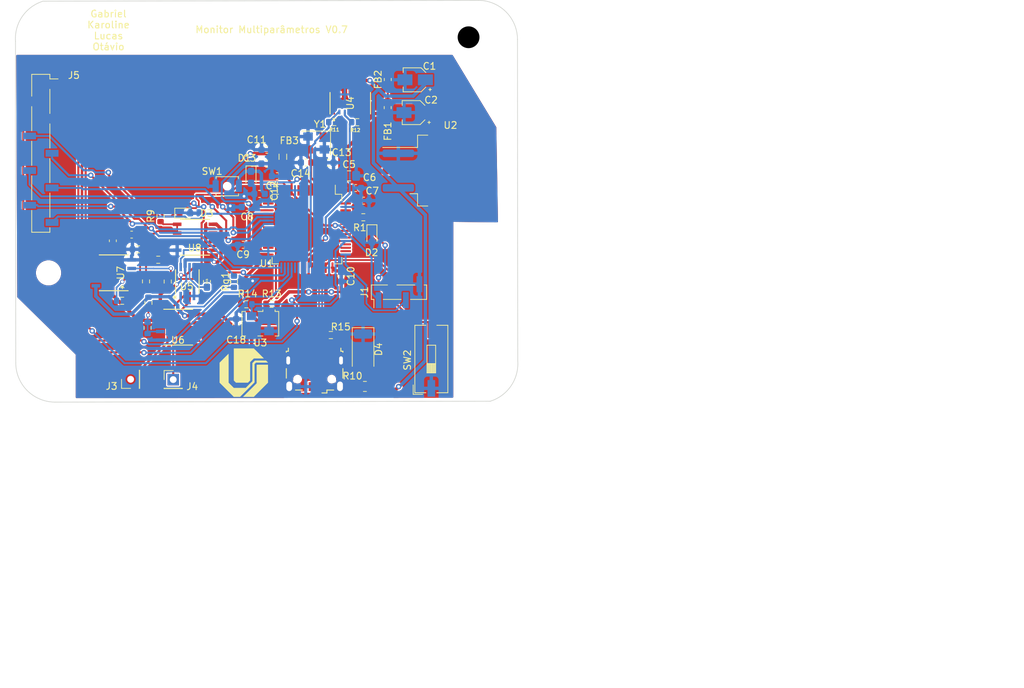
<source format=kicad_pcb>
(kicad_pcb (version 20221018) (generator pcbnew)
  (layers (0 "F.Cu" signal) (31 "B.Cu" signal) (34 "B.Paste" user) (35 "F.Paste" user) (36 "B.SilkS" user "B.Silkscreen") (37 "F.SilkS" user "F.Silkscreen") (38 "B.Mask" user) (39 "F.Mask" user) (44 "Edge.Cuts" user))
  (net 0 "")
  (net 1 "VBUS")
  (net 2 "GND")
  (net 3 "Net-(U2-VO)")
  (net 4 "+3.3VA")
  (net 5 "+3.3V")
  (net 6 "NRST")
  (net 7 "HSE_IN")
  (net 8 "HSE_OUT")
  (net 9 "/sw_boot")
  (net 10 "SWDIO")
  (net 11 "SWCLK")
  (net 12 "USB_D-")
  (net 13 "USB_D+")
  (net 15 "BOOT")
  (net 23 "Net-(D4-A)")
  (net 25 "displ_led")
  (net 26 "displ_rst")
  (net 27 "displ_dc")
  (net 28 "touch_cs")
  (net 34 "Temp_SCL")
  (net 36 "displ_cs")
  (net 37 "displ_mosi")
  (net 38 "touch_mosi")
  (net 39 "displ_sck")
  (net 41 "touch_int")
  (net 53 "oxi_scl")
  (net 57 "oxi_sda")
  (net 67 "ADC1-1")
  (net 68 "Net-(Rg1-Pad2)")
  (net 70 "Temp_SDA")
  (net 73 "Net-(J3-Pin_1)")
  (net 74 "Net-(J4-Pin_1)")
  (net 75 "Net-(Rg1-Pad1)")
  (net 76 "Net-(C15-Pad1)")
  (net 77 "Net-(U7A-+)")
  (net 78 "Vref")
  (net 79 "Net-(C16-Pad1)")
  (net 80 "Net-(U8A--)")
  (net 81 "Net-(U6A-+)")
  (net 82 "Net-(U7A--)")
  (net 83 "Net-(R5-Pad1)")
  (net 84 "Net-(U8A-+)")
  (footprint "Button_Switch_SMD:SW_DIP_SPSTx01_Slide_9.78x4.72mm_W8.61mm_P2.54mm" (layer "F.Cu") (at 152.27 130.81 90)
    (fp_text reference "SW2")
    (fp_text value "SW_SPDT")
  )
  (footprint "Resistor_SMD:R_0603_1608Metric" (layer "F.Cu") (at 110.76 122.56288 -90)
    (fp_text reference "R2" hide)
    (fp_text value "10k")
  )
  (footprint "Inductor_SMD:L_0603_1608Metric_Pad1.05x0.95mm_HandSolder" (layer "F.Cu") (at 145.88 89.7725 90)
    (fp_text reference "FB2")
    (fp_text value "FerriteBead")
  )
  (footprint "Resistor_SMD:R_0805_2012Metric_Pad1.20x1.40mm_HandSolder" (layer "F.Cu") (at 142.525 134.835 180)
    (fp_text reference "R10")
    (fp_text value "100")
  )
  (footprint "Resistor_SMD:R_0603_1608Metric" (layer "F.Cu") (at 125.12 122.77 180)
    (fp_text reference "R14")
    (fp_text value "3.5k")
  )
  (footprint "MountingHole:MountingHole_3.2mm_M3" (layer "F.Cu") (at 96.52 83.82 -90)
    (fp_text reference "H2" hide)
    (fp_text value "~")
  )
  (footprint "Resistor_SMD:R_0603_1608Metric" (layer "F.Cu") (at 110.41 119.41288 90)
    (fp_text reference "R7" hide)
    (fp_text value "1k")
  )
  (footprint "Crystal:Crystal_SMD_SeikoEpson_FA238V-4Pin_3.2x2.5mm" (layer "F.Cu") (at 135.38 99.095 180)
    (fp_text reference "Y1")
    (fp_text value "Crystal_25MHz")
  )
  (footprint "Resistor_SMD:R_0603_1608Metric" (layer "F.Cu") (at 142.29 109.995 180)
    (fp_text reference "R1")
    (fp_text value "10k")
  )
  (footprint "Capacitor_SMD:C_0603_1608Metric" (layer "F.Cu") (at 142.35 107.555)
    (fp_text reference "C7")
    (fp_text value "100nF")
  )
  (footprint "Resistor_SMD:R_0603_1608Metric_Pad0.98x0.95mm_HandSolder" (layer "F.Cu") (at 137.53 127.29 180)
    (fp_text reference "R15")
    (fp_text value "1.5K")
  )
  (footprint "Capacitor_SMD:C_0603_1608Metric" (layer "F.Cu") (at 128.11 102.125 180)
    (fp_text reference "C3")
    (fp_text value "10nF")
  )
  (footprint "Resistor_SMD:R_0603_1608Metric" (layer "F.Cu") (at 141.41 96.0354)
    (fp_text reference "R12")
    (fp_text value "4.7k" hide)
  )
  (footprint "Capacitor_SMD:C_0805_2012Metric_Pad1.18x1.45mm_HandSolder" (layer "F.Cu") (at 140.2 103.915)
    (fp_text reference "C5")
    (fp_text value "4.7uF")
  )
  (footprint "Capacitor_SMD:C_0603_1608Metric_Pad1.08x0.95mm_HandSolder" (layer "F.Cu") (at 119.348 119.39488 90)
    (fp_text reference "C15")
    (fp_text value "1uF")
  )
  (footprint "Package_QFP:LQFP-64_10x10mm_P0.5mm" (layer "F.Cu") (at 134.02 111.725 -90)
    (fp_text reference "U1")
    (fp_text value "STM32F446RET6TR")
  )
  (footprint "Capacitor_SMD:C_0603_1608Metric" (layer "F.Cu") (at 133.91 101.965 180)
    (fp_text reference "C14")
    (fp_text value "26pF")
  )
  (footprint "Connector_USB:USB_Micro-B_Wuerth_629105150521" (layer "F.Cu") (at 135.145 132.965 180)
    (fp_text reference "J2" hide)
    (fp_text value "USB_B_Micro")
  )
  (footprint "Resistor_SMD:R_0603_1608Metric" (layer "F.Cu") (at 109.24 114.70288 180)
    (fp_text reference "R6" hide)
    (fp_text value "1K")
  )
  (footprint "Diode_SMD:D_0603_1608Metric" (layer "F.Cu") (at 116.11 109.4)
    (fp_text reference "D3")
    (fp_text value "3.3V")
  )
  (footprint "Capacitor_SMD:CP_Elec_3x5.3" (layer "F.Cu") (at 149.9 89.81 180)
    (fp_text reference "C1")
    (fp_text value "22uF")
  )
  (footprint "AD623:RM_8_ADI-L" (layer "F.Cu") (at 116.47 119.43288 90)
    (fp_text reference "U5")
    (fp_text value "AD623")
  )
  (footprint "MountingHole:MountingHole_3.2mm_M3" (layer "F.Cu") (at 157.734 117.348)
    (fp_text reference "H3" hide)
    (fp_text value "MountingHole_Pad")
  )
  (footprint "Capacitor_SMD:C_0603_1608Metric" (layer "F.Cu") (at 125.235 108.485 180)
    (fp_text reference "C8")
    (fp_text value "100nF")
  )
  (footprint "Resistor_SMD:R_0603_1608Metric" (layer "F.Cu") (at 138.04 96.0154)
    (fp_text reference "R11")
    (fp_text value "4.7k")
  )
  (footprint "UFU_bitmapfile:UFU_Bitmap" (layer "F.Cu") (at 124.742497 132.790468)
    (fp_text reference "G***" hide)
    (fp_text value "LOGO" hide)
  )
  (footprint "Connector_PinHeader_2.54mm:PinHeader_1x01_P2.54mm_Vertical" (layer "F.Cu") (at 114.4 133.83)
    (fp_text reference "J4")
    (fp_text value "Eletrode 2")
  )
  (footprint "Button_Switch_SMD:SW_SPST_B3U-1000P-B" (layer "F.Cu") (at 122.33 105.435)
    (fp_text reference "SW1")
    (fp_text value "SW_Push")
  )
  (footprint "MountingHole:MountingHole_3.2mm_M3" (layer "F.Cu") (at 158.496 133.35)
    (fp_text reference "H6" hide)
    (fp_text value "MountingHole_Pad")
  )
  (footprint "LM358:D8-L" (layer "F.Cu") (at 117.6 112.93288)
    (fp_text reference "U8")
    (fp_text value "LM358")
  )
  (footprint "Capacitor_SMD:CP_Elec_3x5.3" (layer "F.Cu") (at 149.76 94.63 180)
    (fp_text reference "C2")
    (fp_text value "22uF")
  )
  (footprint "Capacitor_SMD:C_0603_1608Metric" (layer "F.Cu") (at 105.54 113.45288 -90)
    (fp_text reference "C16" hide)
    (fp_text value "330nF")
  )
  (footprint "Capacitor_SMD:C_0603_1608Metric" (layer "F.Cu") (at 129.655 103.96 180)
    (fp_text reference "C4")
    (fp_text value "1uF")
  )
  (footprint "Capacitor_SMD:C_0603_1608Metric" (layer "F.Cu") (at 137.15 101.985)
    (fp_text reference "C13")
    (fp_text value "26pF")
  )
  (footprint "Capacitor_SMD:C_0603_1608Metric" (layer "F.Cu") (at 108.3 112.54288 180)
    (fp_text reference "C17" hide)
    (fp_text value "390nF")
  )
  (footprint "Package_TO_SOT_SMD:TO-263-3_TabPin2" (layer "F.Cu") (at 155.079 103.143)
    (fp_text reference "U2")
    (fp_text value "LM1117S-3.3")
  )
  (footprint "Capacitor_SMD:C_0603_1608Metric" (layer "F.Cu") (at 124.645 114.035 180)
    (fp_text reference "C9")
    (fp_text value "100nF")
  )
  (footprint "Capacitor_SMD:C_0603_1608Metric" (layer "F.Cu") (at 123.64 125.71 -90)
    (fp_text reference "C18")
    (fp_text value "0.1uF")
  )
  (footprint "Inductor_SMD:L_0805_2012Metric" (layer "F.Cu") (at 130.49 101.115 -90)
    (fp_text reference "FB3")
    (fp_text value "New_Library:FerriteBead")
  )
  (footprint "Connector_PinHeader_2.54mm:PinHeader_1x01_P2.54mm_Vertical" (layer "F.Cu") (at 108.15 133.79 90)
    (fp_text reference "J3")
    (fp_text value "Eletrode 1")
  )
  (footprint "Inductor_SMD:L_0603_1608Metric_Pad1.05x0.95mm_HandSolder" (layer "F.Cu") (at 145.87 93.8975 -90)
    (fp_text reference "FB1")
    (fp_text value "New_Library:FerriteBead")
  )
  (footprint "MountingHole:MountingHole_3.2mm_M3" (layer "F.Cu") (at 95.92 132.38)
    (fp_text reference "H4" hide)
    (fp_text value "MountingHole_Pad")
  )
  (footprint "Resistor_SMD:R_0603_1608Metric" (layer "F.Cu") (at 106.91 122.25288 180)
    (fp_text reference "R5" hide)
    (fp_text value "100k")
  )
  (footprint "Capacitor_SMD:C_0603_1608Metric" (layer "F.Cu") (at 141.18 105.705)
    (fp_text reference "C6")
    (fp_text value "100nF")
  )
  (footprint "Resistor_SMD:R_0603_1608Metric" (layer "F.Cu") (at 112.2 116.23288)
    (fp_text reference "R8" hide)
    (fp_text value "1k")
  )
  (footprint "Diode_SMD:D_0603_1608Metric_Pad1.05x0.95mm_HandSolder" (layer "F.Cu") (at 143.55 112.755 -90)
    (fp_text reference "D2")
    (fp_text value "SM6T6V8A")
  )
  (footprint "Capacitor_SMD:C_0603_1608Metric" (layer "F.Cu") (at 128.13 100.085 180)
    (fp_text reference "C11")
    (fp_text value "1uF")
  )
  (footprint "Resistor_SMD:R_0603_1608Metric" (layer "F.Cu") (at 112.54 109.81288 90)
    (fp_text reference "R9")
    (fp_text value "1k")
  )
  (footprint "Resistor_SMD:R_0603_1608Metric" (layer "F.Cu") (at 128.83 122.7)
    (fp_text reference "R13")
    (fp_text value "3.5k")
  )
  (footprint "MountingHole:MountingHole_3.2mm_M3" (layer "F.Cu") (at 96.11 118.16 -90)
    (fp_text reference "H7" hide)
    (fp_text value "MountingHole_Pad")
  )
  (footprint "Connector_PinHeader_2.00mm:PinHeader_1x04_P2.00mm_Vertical_SMD_Pin1Left" (layer "F.Cu") (at 147.526 120.999 90)
    (fp_text reference "J1")
    (fp_text value "Conn_01x04")
  )
  (footprint "Diode_SMD:D_0603_1608Metric_Pad1.05x0.95mm_HandSolder" (layer "F.Cu") (at 125.81 104.1225 -90)
    (fp_text reference "D1")
    (fp_text value "SM6T6V8A")
  )
  (footprint "Resistor_SMD:R_0603_1608Metric" (layer "F.Cu") (at 110.64 126.24288 -90)
    (fp_text reference "R3" hide)
    (fp_text value "10k")
  )
  (footprint "MountingHole:MountingHole_3.2mm_M3" (layer "F.Cu") (at 157.734 83.566)
    (fp_text reference "H1" hide)
    (fp_text value "MountingHole_Pad")
  )
  (footprint "Resistor_SMD:R_0603_1608Metric" (layer "F.Cu") (at 113.598 119.43488 -90)
    (fp_text reference "R4" hide)
    (fp_text value "10k")
  )
  (footprint "Oscillator:Oscillator_SMD_TXC_7C-4Pin_5.0x3.2mm" (layer "F.Cu") (at 127.18 125.6275 180)
    (fp_text reference "U3")
    (fp_text value "MLX90614ESF-ACC-000-TU")
  )
  (footprint "Capacitor_SMD:C_0603_1608Metric" (layer "F.Cu") (at 139.04 118.645 -90)
    (fp_text reference "C10")
    (fp_text value "100nF")
  )
  (footprint "Connector_PinSocket_2.54mm:PinSocket_1x09_P2.54mm_Vertical_SMD_Pin1Right" (layer "F.Cu") (at 94.97 100.6)
    (fp_text reference "J5")
    (fp_text value "Conn_01x09")
  )
  (footprint "LM358:D8-L" (layer "F.Cu") (at 105.67 118.15288 180)
    (fp_text reference "U7")
    (fp_text value "LM358")
  )
  (footprint "LM358:D8-L" (layer "F.Cu") (at 115.13 126.13288)
    (fp_text reference "U6")
    (fp_text value "LM358")
  )
  (footprint "oximeter:21-0880B_MXM-L" (layer "F.Cu") (at 140.38 93.25 90)
    (fp_text reference "U4")
    (fp_text value "MAX30100EFD+")
  )
  (footprint "LED_SMD:LED_2010_5025Metric" (layer "F.Cu") (at 142.255 129.385 -90)
    (fp_text reference "D4")
    (fp_text value "LED")
  )
  (footprint "Resistor_SMD:R_0603_1608Metric" (layer "F.Cu") (at 123.31 119.45288 90)
    (fp_text reference "Rg1")
    (fp_text value "6k5")
  )
  (footprint "Capacitor_SMD:C_0603_1608Metric" (layer "F.Cu") (at 127.06 106.57 180)
    (fp_text reference "C12")
    (fp_text value "100nF")
  )
  (gr_line (start 160.918376 137.005641) (end 97.061624 137.134359) (stroke (width 0.1)) (layer "Edge.Cuts"))
  (gr_line (start 164.911335 83.9086) (end 164.951623 131.1214) (stroke (width 0.1)) (layer "Edge.Cuts"))
  (gr_arc (start 91.258377 84.1586) (mid 92.252892 80.51589) (end 95.291624 78.274359) (stroke (width 0.1)) (layer "Edge.Cuts"))
  (gr_arc (start 97.061624 137.134359) (mid 92.986597 135.446427) (end 91.298665 131.3714) (stroke (width 0.1)) (layer "Edge.Cuts"))
  (gr_line (start 91.298665 131.3714) (end 91.258377 84.1586) (stroke (width 0.1)) (layer "Edge.Cuts"))
  (gr_arc (start 164.951623 131.1214) (mid 163.957108 134.76411) (end 160.918376 137.005641) (stroke (width 0.1)) (layer "Edge.Cuts"))
  (gr_arc (start 159.148376 78.145641) (mid 163.223403 79.833573) (end 164.911335 83.9086) (stroke (width 0.1)) (layer "Edge.Cuts"))
  (gr_line (start 95.291624 78.274359) (end 159.148376 78.145641) (stroke (width 0.1)) (layer "Edge.Cuts"))
  (gr_text "Gabriel\nKaroline\nLucas\nOtávio" (at 104.902 82.55) (layer "F.SilkS") (effects (font (size 1 1))))
  (gr_text "Monitor Multiparâmetros V0.7\n\n" (at 117.57 84.64) (layer "F.SilkS") (effects (font (size 1 1)) (justify left bottom)))
  (segment (start 140.345 136.015) (end 137.62 136.015) (width 0.5) (layer "F.Cu") (net 1))
  (segment (start 121.38288 124.22788) (end 117.75255 124.22788) (width 0.5) (layer "F.Cu") (net 1))
  (segment (start 123.8825 126.7275) (end 123.64 126.485) (width 0.5) (layer "F.Cu") (net 1))
  (segment (start 123.64 126.485) (end 121.38288 124.22788) (width 0.5) (layer "F.Cu") (net 1))
  (segment (start 136.47 135.965) (end 136.47 134.865) (width 0.5) (layer "F.Cu") (net 1))
  (segment (start 146.318812 136.015) (end 140.345 136.015) (width 0.5) (layer "F.Cu") (net 1))
  (segment (start 125.91 130.888148) (end 131.036852 136.015) (width 0.5) (layer "F.Cu") (net 1))
  (segment (start 136.42 136.015) (end 136.47 135.965) (width 0.5) (layer "F.Cu") (net 1))
  (segment (start 121.412 111.70468) (end 121.412 116.078) (width 0.5) (layer "F.Cu") (net 1))
  (segment (start 117.52043 124.46) (end 117.75255 124.22788) (width 0.5) (layer "F.Cu") (net 1))
  (segment (start 121.412 116.078) (end 120.904 116.586) (width 0.5) (layer "F.Cu") (net 1))
  (segment (start 125.91 126.7275) (end 125.91 130.888148) (width 0.5) (layer "F.Cu") (net 1))
  (segment (start 120.22255 111.02788) (end 120.7352 111.02788) (width 0.5) (layer "F.Cu") (net 1))
  (segment (start 140.38 91.9546) (end 140.38 91.346601) (width 0.5) (layer "F.Cu") (net 1))
  (segment (start 120.904 116.586) (end 120.396 116.586) (width 0.5) (layer "F.Cu") (net 1))
  (segment (start 137.62 136.015) (end 136.47 134.865) (width 0.5) (layer "F.Cu") (net 1))
  (segment (start 120.7352 111.02788) (end 121.412 111.70468) (width 0.5) (layer "F.Cu") (net 1))
  (segment (start 117.75255 124.22788) (end 117.440307 124.22788) (width 0.25) (layer "F.Cu") (net 1))
  (segment (start 141.525 134.835) (end 140.345 136.015) (width 0.5) (layer "F.Cu") (net 1))
  (segment (start 141.810601 89.916) (end 143.256 89.916) (width 0.5) (layer "F.Cu") (net 1))
  (segment (start 147.469666 134.864146) (end 146.318812 136.015) (width 0.5) (layer "F.Cu") (net 1))
  (segment (start 116.078 124.46) (end 117.52043 124.46) (width 0.5) (layer "F.Cu") (net 1))
  (segment (start 131.036852 136.015) (end 136.42 136.015) (width 0.5) (layer "F.Cu") (net 1))
  (segment (start 125.91 126.7275) (end 123.8825 126.7275) (width 0.5) (layer "F.Cu") (net 1))
  (segment (start 140.38 91.346601) (end 141.810601 89.916) (width 0.5) (layer "F.Cu") (net 1))
  (via blind (at 147.469666 134.864146) (size 0.8) (drill 0.4) (layers "F.Cu" "B.Cu") (net 1))
  (via blind (at 143.256 89.916) (size 0.8) (drill 0.4) (layers "F.Cu" "B.Cu") (net 1))
  (via blind (at 116.078 124.46) (size 0.8) (drill 0.4) (layers "F.Cu" "B.Cu") (net 1))
  (via blind (at 120.386722 116.557637) (size 0.6) (drill 0.4) (layers "F.Cu" "B.Cu") (net 1))
  (segment (start 120.386722 116.557637) (end 120.081465 116.25238) (width 0.5) (layer "B.Cu") (net 1))
  (segment (start 116.320001 118.396582) (end 116.320001 119.391999) (width 0.3) (layer "B.Cu") (net 1))
  (segment (start 147.429 105.683) (end 151.401 109.655) (width 0.5) (layer "B.Cu") (net 1))
  (segment (start 151.4 90.408) (end 151.4 89.81) (width 0.5) (layer "B.Cu") (net 1))
  (segment (start 116.144999 117.31198) (end 116.144999 118.22158) (width 0.3) (layer "B.Cu") (net 1))
  (segment (start 115.062 122.936) (end 115.062 123.444) (width 0.5) (layer "B.Cu") (net 1))
  (segment (start 151.401 131.047) (end 147.574 134.874) (width 0.5) (layer "B.Cu") (net 1))
  (segment (start 120.081465 116.25238) (end 116.154501 116.25238) (width 0.5) (layer "B.Cu") (net 1))
  (segment (start 116.320001 119.391999) (end 114.046 121.666) (width 0.3) (layer "B.Cu") (net 1))
  (segment (start 115.062 123.444) (end 116.078 124.46) (width 0.5) (layer "B.Cu") (net 1))
  (segment (start 144.526 91.186) (end 143.764 91.948) (width 0.5) (layer "B.Cu") (net 1))
  (segment (start 113.792 121.666) (end 115.062 122.936) (width 0.5) (layer "B.Cu") (net 1))
  (segment (start 149.606 92.202) (end 151.4 90.408) (width 0.5) (layer "B.Cu") (net 1))
  (segment (start 143.764 91.948) (end 143.764 102.018) (width 0.5) (layer "B.Cu") (net 1))
  (segment (start 116.144999 118.22158) (end 116.320001 118.396582) (width 0.3) (layer "B.Cu") (net 1))
  (segment (start 143.764 102.018) (end 147.429 105.683) (width 0.5) (layer "B.Cu") (net 1))
  (segment (start 114.046 121.666) (end 113.792 121.666) (width 0.5) (layer "B.Cu") (net 1))
  (segment (start 151.401 109.655) (end 151.401 131.047) (width 0.5) (layer "B.Cu") (net 1))
  (segment (start 108.29188 124.206) (end 110.76 121.73788) (width 0.5) (layer "B.Cu") (net 1))
  (segment (start 145.542 92.202) (end 149.606 92.202) (width 0.5) (layer "B.Cu") (net 1))
  (segment (start 116.144999 116.261882) (end 116.144999 117.31198) (width 0.5) (layer "B.Cu") (net 1))
  (segment (start 103.04745 120.05788) (end 103.04745 121.58945) (width 0.5) (layer "B.Cu") (net 1))
  (segment (start 116.144999 117.31198) (end 116.144999 118.014338) (width 0.3) (layer "B.Cu") (net 1))
  (segment (start 110.83188 121.666) (end 110.76 121.73788) (width 0.3) (layer "B.Cu") (net 1))
  (segment (start 143.256 89.916) (end 144.526 91.186) (width 0.5) (layer "B.Cu") (net 1))
  (segment (start 113.792 121.666) (end 110.83188 121.666) (width 0.5) (layer "B.Cu") (net 1))
  (segment (start 103.04745 121.58945) (end 105.664 124.206) (width 0.5) (layer "B.Cu") (net 1))
  (segment (start 116.154501 116.25238) (end 116.144999 116.261882) (width 0.5) (layer "B.Cu") (net 1))
  (segment (start 144.526 91.186) (end 145.542 92.202) (width 0.5) (layer "B.Cu") (net 1))
  (segment (start 105.664 124.206) (end 108.29188 124.206) (width 0.5) (layer "B.Cu") (net 1))
  (via blind (at 128.41 116.74) (size 0.8) (drill 0.4) (layers "F.Cu" "B.Cu") (net 2))
  (via blind (at 124.79 106.9105) (size 0.8) (drill 0.4) (layers "F.Cu" "B.Cu") (net 2))
  (via blind (at 122.77 108.33) (size 0.8) (drill 0.4) (layers "F.Cu" "B.Cu") (net 2))
  (via blind (at 126.05 119.34) (size 0.8) (drill 0.4) (layers "F.Cu" "B.Cu") (net 2))
  (segment (start 112.50745 128.03788) (end 112.595 128.03788) (width 0.25) (layer "B.Cu") (net 2))
  (segment (start 124.305 108.33) (end 124.46 108.485) (width 0.3) (layer "B.Cu") (net 2))
  (segment (start 108.29255 116.24788) (end 108.265 116.24788) (width 0.25) (layer "B.Cu") (net 2))
  (segment (start 126.285 106.57) (end 126.285 105.4725) (width 0.5) (layer "B.Cu") (net 2))
  (segment (start 108.265 116.24788) (end 108.26 116.25288) (width 0.25) (layer "B.Cu") (net 2))
  (segment (start 108.415 114.70288) (end 108.415 114.33788) (width 0.25) (layer "B.Cu") (net 2))
  (segment (start 108.26 114.85788) (end 108.415 114.70288) (width 0.25) (layer "B.Cu") (net 2))
  (segment (start 126.285 105.4725) (end 125.81 104.9975) (width 0.5) (layer "B.Cu") (net 2))
  (segment (start 145.88 90.6475) (end 145.88 93.0125) (width 0.3) (layer "F.Cu") (net 3))
  (segment (start 150.7425 93.0225) (end 151.26 93.54) (width 0.3) (layer "F.Cu") (net 3))
  (segment (start 145.88 90.6475) (end 146.1925 90.96) (width 0.3) (layer "F.Cu") (net 3))
  (segment (start 145.87 93.0225) (end 150.7425 93.0225) (width 0.3) (layer "F.Cu") (net 3))
  (segment (start 149.375 102.885) (end 153.325 102.885) (width 0.3) (layer "F.Cu") (net 3))
  (segment (start 156.1 100.11) (end 156.1 99.47) (width 0.3) (layer "F.Cu") (net 3))
  (segment (start 153.325 102.885) (end 156.1 100.11) (width 0.3) (layer "F.Cu") (net 3))
  (segment (start 145.88 93.0125) (end 145.87 93.0225) (width 0.3) (layer "F.Cu") (net 3))
  (segment (start 156.1 99.47) (end 151.26 94.63) (width 0.3) (layer "F.Cu") (net 3))
  (segment (start 151.26 93.54) (end 151.26 94.63) (width 0.3) (layer "F.Cu") (net 3))
  (segment (start 131.77 104.94) (end 130.875 104.045) (width 0.3) (layer "F.Cu") (net 4))
  (segment (start 128.885 102.125) (end 130.4375 102.125) (width 0.5) (layer "F.Cu") (net 4))
  (segment (start 124.86 101.022082) (end 125.962918 102.125) (width 0.5) (layer "F.Cu") (net 4))
  (segment (start 130.875 104.045) (end 130.305 104.045) (width 0.3) (layer "F.Cu") (net 4))
  (segment (start 130.4375 102.125) (end 130.49 102.1775) (width 0.5) (layer "F.Cu") (net 4))
  (segment (start 130.305 104.045) (end 130.43 103.92) (width 0.5) (layer "F.Cu") (net 4))
  (segment (start 138.16 111.2) (end 136.543959 111.2) (width 0.3) (layer "F.Cu") (net 4))
  (segment (start 135.20255 88.8975) (end 124.86 99.24005) (width 0.5) (layer "F.Cu") (net 4))
  (segment (start 124.86 99.24005) (end 124.86 101.022082) (width 0.5) (layer "F.Cu") (net 4))
  (segment (start 130.43 103.92) (end 130.43 102.4875) (width 0.5) (layer "F.Cu") (net 4))
  (segment (start 131.77 106.426041) (end 131.77 106.05) (width 0.3) (layer "F.Cu") (net 4))
  (segment (start 145.88 88.8975) (end 135.20255 88.8975) (width 0.5) (layer "F.Cu") (net 4))
  (segment (start 130.305 102.3625) (end 130.49 102.1775) (width 0.3) (layer "F.Cu") (net 4))
  (segment (start 130.43 102.4875) (end 130.305 102.3625) (width 0.5) (layer "F.Cu") (net 4))
  (segment (start 131.77 106.05) (end 131.77 104.94) (width 0.3) (layer "F.Cu") (net 4))
  (segment (start 136.543959 111.2) (end 131.77 106.426041) (width 0.3) (layer "F.Cu") (net 4))
  (segment (start 125.962918 102.125) (end 128.885 102.125) (width 0.5) (layer "F.Cu") (net 4))
  (via blind (at 138.16 111.2) (size 0.8) (drill 0.4) (layers "F.Cu" "B.Cu") (net 4))
  (segment (start 143.51 115.913959) (end 143.51 121.158) (width 0.3) (layer "B.Cu") (net 4))
  (segment (start 138.796041 111.2) (end 143.51 115.913959) (width 0.3) (layer "B.Cu") (net 4))
  (segment (start 138.16 111.2) (end 138.796041 111.2) (width 0.3) (layer "B.Cu") (net 4))
  (segment (start 143.51 121.158) (end 144.526 122.174) (width 0.3) (layer "B.Cu") (net 4))
  (segment (start 126.345 108.82) (end 126.01 108.485) (width 0.3) (layer "F.Cu") (net 5))
  (segment (start 131.84 93.25) (end 130.49 94.6) (width 0.5) (layer "F.Cu") (net 5))
  (segment (start 141.575 106.56) (end 141.575 107.555) (width 0.5) (layer "F.Cu") (net 5))
  (segment (start 124.295 122.77) (end 127.1025 125.5775) (width 0.5) (layer "F.Cu") (net 5))
  (segment (start 125.53 114.14) (end 126.345 114.955) (width 0.5) (layer "F.Cu") (net 5))
  (segment (start 124.295 119.525) (end 128.345 115.475) (width 0.5) (layer "F.Cu") (net 5))
  (segment (start 141.575 107.555) (end 140.115 107.555) (width 0.5) (layer "F.Cu") (net 5))
  (segment (start 124.295 122.77) (end 124.295 119.525) (width 0.5) (layer "F.Cu") (net 5))
  (segment (start 143.47 94.74) (end 143.47 93.25) (width 0.5) (layer "F.Cu") (net 5))
  (segment (start 138.865 103.6175) (end 139.1625 103.915) (width 0.5) (layer "F.Cu") (net 5))
  (segment (start 126.865 115.475) (end 128.345 115.475) (width 0.5) (layer "F.Cu") (net 5))
  (segment (start 143.5025 94.7725) (end 143.47 94.74) (width 0.5) (layer "F.Cu") (net 5))
  (segment (start 140.405 105.705) (end 140.06 106.05) (width 0.5) (layer "F.Cu") (net 5))
  (segment (start 131.385 120.97) (end 131.405 120.95) (width 0.5) (layer "F.Cu") (net 5))
  (segment (start 125.977766 108.485) (end 126.01 108.485) (width 0.3) (layer "F.Cu") (net 5))
  (segment (start 143.47 95.2634) (end 143.47 94.74) (width 0.5) (layer "F.Cu") (net 5))
  (segment (start 138.4425 127.29) (end 139.12 126.6125) (width 0.3) (layer "F.Cu") (net 5))
  (segment (start 143.47 93.25) (end 131.84 93.25) (width 0.5) (layer "F.Cu") (net 5))
  (segment (start 130.4575 100.085) (end 130.49 100.0525) (width 0.5) (layer "F.Cu") (net 5))
  (segment (start 140.06 106.05) (end 137.87 106.05) (width 0.5) (layer "F.Cu") (net 5))
  (segment (start 138.865 96.0154) (end 138.865 100.85) (width 0.5) (layer "F.Cu") (net 5))
  (segment (start 126.345 114.955) (end 126.865 115.475) (width 0.5) (layer "F.Cu") (net 5))
  (segment (start 129.6 125.5775) (end 129.655 125.5225) (width 0.5) (layer "F.Cu") (net 5))
  (segment (start 142.235 97.48) (end 138.865 100.85) (width 0.5) (layer "F.Cu") (net 5))
  (segment (start 139.1625 103.915) (end 139.1625 104.4625) (width 0.5) (layer "F.Cu") (net 5))
  (segment (start 127.1025 125.5775) (end 129.6 125.5775) (width 0.5) (layer "F.Cu") (net 5))
  (segment (start 129.655 122.7) (end 131.385 120.97) (width 0.5) (layer "F.Cu") (net 5))
  (segment (start 128.905 100.085) (end 130.4575 100.085) (width 0.5) (layer "F.Cu") (net 5))
  (segment (start 140.405 105.705) (end 140.72 105.705) (width 0.5) (layer "F.Cu") (net 5))
  (segment (start 140.115 107.555) (end 139.695 107.975) (width 0.5) (layer "F.Cu") (net 5))
  (segment (start 139.04 117.87) (end 138.24 117.87) (width 0.5) (layer "F.Cu") (net 5))
  (segment (start 126.5 108.975) (end 126.01 108.485) (width 0.3) (layer "F.Cu") (net 5))
  (segment (start 131.405 120.95) (end 134.29 120.95) (width 0.5) (layer "F.Cu") (net 5))
  (segment (start 139.04 117.87) (end 139.04 120.97) (width 0.5) (layer "F.Cu") (net 5))
  (segment (start 138.865 100.85) (end 138.865 103.6175) (width 0.5) (layer "F.Cu") (net 5))
  (segment (start 126.345 108.82) (end 125.53 109.635) (width 0.5) (layer "F.Cu") (net 5))
  (segment (start 137.63 120.97) (end 137.61 120.95) (width 0.3) (layer "F.Cu") (net 5))
  (segment (start 129.655 125.5225) (end 129.655 122.7) (width 0.5) (layer "F.Cu") (net 5))
  (segment (start 139.1625 104.4625) (end 140.405 105.705) (width 0.5) (layer "F.Cu") (net 5))
  (segment (start 139.12 126.6125) (end 139.12 121.05) (width 0.3) (layer "F.Cu") (net 5))
  (segment (start 128.345 108.975) (end 126.5 108.975) (width 0.3) (layer "F.Cu") (net 5))
  (segment (start 139.12 121.05) (end 139.04 120.97) (width 0.3) (layer "F.Cu") (net 5))
  (segment (start 128.34 100.65) (end 125.67 100.65) (width 0.5) (layer "F.Cu") (net 5))
  (segment (start 140.72 105.705) (end 141.575 106.56) (width 0.5) (layer "F.Cu") (net 5))
  (segment (start 130.49 94.6) (end 130.49 100.0525) (width 0.5) (layer "F.Cu") (net 5))
  (segment (start 145.87 94.7725) (end 143.5025 94.7725) (width 0.5) (layer "F.Cu") (net 5))
  (segment (start 142.698 96.0354) (end 143.47 95.2634) (width 0.5) (layer "F.Cu") (net 5))
  (segment (start 128.905 100.085) (end 128.34 100.65) (width 0.5) (layer "F.Cu") (net 5))
  (segment (start 125.53 109.635) (end 125.53 114.14) (width 0.5) (layer "F.Cu") (net 5))
  (segment (start 125.467266 107.9745) (end 125.977766 108.485) (width 0.3) (layer "F.Cu") (net 5))
  (segment (start 142.235 96.0354) (end 142.235 97.48) (width 0.5) (layer "F.Cu") (net 5))
  (segment (start 139.04 120.97) (end 137.63 120.97) (width 0.3) (layer "F.Cu") (net 5))
  (segment (start 138.24 117.87) (end 137.77 117.4) (width 0.5) (layer "F.Cu") (net 5))
  (segment (start 142.235 96.0354) (end 142.698 96.0354) (width 0.5) (layer "F.Cu") (net 5))
  (via blind (at 125.71 100.67) (size 0.8) (drill 0.4) (layers "F.Cu" "B.Cu") (net 5))
  (via blind (at 125.467266 107.9745) (size 0.8) (drill 0.4) (layers "F.Cu" "B.Cu") (net 5))
  (via blind (at 134.27 120.96) (size 0.8) (drill 0.4) (layers "F.Cu" "B.Cu") (net 5))
  (via blind (at 137.61 120.95) (size 0.8) (drill 0.4) (layers "F.Cu" "B.Cu") (net 5))
  (segment (start 125.71 100.67) (end 121.53 104.85) (width 0.3) (layer "B.Cu") (net 5))
  (segment (start 125.3145 107.9745) (end 125.467266 107.9745) (width 0.3) (layer "B.Cu") (net 5))
  (segment (start 134.27 120.96) (end 137.6 120.96) (width 0.3) (layer "B.Cu") (net 5))
  (segment (start 121.96 107.66) (end 125 107.66) (width 0.3) (layer "B.Cu") (net 5))
  (segment (start 125 107.66) (end 125.3145 107.9745) (width 0.3) (layer "B.Cu") (net 5))
  (segment (start 121.53 104.85) (end 121.53 107.23) (width 0.3) (layer "B.Cu") (net 5))
  (segment (start 121.53 107.23) (end 121.96 107.66) (width 0.3) (layer "B.Cu") (net 5))
  (segment (start 134.77 106.05) (end 134.77 105.173959) (width 0.3) (layer "F.Cu") (net 6))
  (segment (start 133.976041 104.38) (end 132.53 104.38) (width 0.3) (layer "F.Cu") (net 6))
  (segment (start 134.77 105.173959) (end 133.976041 104.38) (width 0.3) (layer "F.Cu") (net 6))
  (via blind (at 132.57 104.41) (size 0.8) (drill 0.4) (layers "F.Cu" "B.Cu") (net 6))
  (segment (start 127.52 104.87) (end 127.36 105.03) (width 0.3) (layer "B.Cu") (net 6))
  (segment (start 127.835 106.57) (end 127.36 106.095) (width 0.5) (layer "B.Cu") (net 6))
  (segment (start 132.57 104.41) (end 132.11 104.87) (width 0.3) (layer "B.Cu") (net 6))
  (segment (start 124.9425 103.2475) (end 125.81 103.2475) (width 0.5) (layer "B.Cu") (net 6))
  (segment (start 124.03 105.435) (end 124.03 104.16) (width 0.5) (layer "B.Cu") (net 6))
  (segment (start 125.81 103.2475) (end 126.9875 103.2475) (width 0.5) (layer "B.Cu") (net 6))
  (segment (start 124.03 104.16) (end 124.9425 103.2475) (width 0.5) (layer "B.Cu") (net 6))
  (segment (start 132.11 104.87) (end 127.52 104.87) (width 0.3) (layer "B.Cu") (net 6))
  (segment (start 127.36 106.095) (end 127.36 105.03) (width 0.5) (layer "B.Cu") (net 6))
  (segment (start 127.34 105.01) (end 127.36 105.03) (width 0.5) (layer "B.Cu") (net 6))
  (segment (start 126.9875 103.2475) (end 127.34 103.6) (width 0.5) (layer "B.Cu") (net 6))
  (segment (start 127.34 103.6) (end 127.34 105.01) (width 0.5) (layer "B.Cu") (net 6))
  (segment (start 135.77 106.05) (end 135.77 104.825) (width 0.3) (layer "F.Cu") (net 7))
  (segment (start 136.375 104.22) (end 136.375 101.985) (width 0.3) (layer "F.Cu") (net 7))
  (segment (start 135.77 104.825) (end 136.375 104.22) (width 0.3) (layer "F.Cu") (net 7))
  (segment (start 136.58 101.78) (end 136.58 98.145) (width 0.3) (layer "F.Cu") (net 7))
  (segment (start 136.375 101.985) (end 136.58 101.78) (width 0.3) (layer "F.Cu") (net 7))
  (segment (start 134.685 101.59) (end 134.17 101.075) (width 0.3) (layer "F.Cu") (net 8))
  (segment (start 134.63 102.02) (end 134.685 101.965) (width 0.3) (layer "F.Cu") (net 8))
  (segment (start 134.685 101.965) (end 134.685 101.59) (width 0.3) (layer "F.Cu") (net 8))
  (segment (start 135.27 106.05) (end 135.27 104.835) (width 0.3) (layer "F.Cu") (net 8))
  (segment (start 134.17 101.075) (end 134.17 100.055) (width 0.3) (layer "F.Cu") (net 8))
  (segment (start 134.17 100.055) (end 134.18 100.045) (width 0.3) (layer "F.Cu") (net 8))
  (segment (start 134.63 104.195) (end 134.63 102.02) (width 0.3) (layer "F.Cu") (net 8))
  (segment (start 135.27 104.835) (end 134.63 104.195) (width 0.3) (layer "F.Cu") (net 8))
  (segment (start 143.55 111.88) (end 143.55 110.43) (width 0.3) (layer "F.Cu") (net 9))
  (segment (start 143.55 112.17) (end 143.55 111.88) (width 0.3) (layer "F.Cu") (net 9))
  (segment (start 144.526 118.872) (end 144.526 120.124) (width 0.3) (layer "F.Cu") (net 9))
  (segment (start 143.55 110.43) (end 143.115 109.995) (width 0.3) (layer "F.Cu") (net 9))
  (segment (start 152.27 126.505) (end 152.27 125.375) (width 0.25) (layer "F.Cu") (net 9))
  (segment (start 144.526 120.124) (end 149.777 125.375) (width 0.3) (layer "F.Cu") (net 9))
  (segment (start 145.49 114.11) (end 143.55 112.17) (width 0.3) (layer "F.Cu") (net 9))
  (segment (start 149.777 125.375) (end 152.27 125.375) (width 0.3) (layer "F.Cu") (net 9))
  (via blind (at 145.49 114.11) (size 0.8) (drill 0.4) (layers "F.Cu" "B.Cu") (net 9))
  (via blind (at 144.526 118.872) (size 0.8) (drill 0.4) (layers "F.Cu" "B.Cu") (net 9))
  (segment (start 145.49 117.908) (end 145.49 114.13) (width 0.3) (layer "B.Cu") (net 9))
  (segment (start 145.49 114.13) (end 145.48 114.12) (width 0.3) (layer "B.Cu") (net 9))
  (segment (start 144.526 118.872) (end 145.49 117.908) (width 0.3) (layer "B.Cu") (net 9))
  (segment (start 144.402 116.275) (end 137.518959 116.275) (width 0.25) (layer "F.Cu") (net 10))
  (segment (start 146.526 119.824) (end 146.526 118.399) (width 0.25) (layer "F.Cu") (net 10))
  (segment (start 137.518959 116.275) (end 136.77 117.023959) (width 0.3) (layer "F.Cu") (net 10))
  (segment (start 136.77 117.023959) (end 136.77 117.4) (width 0.3) (layer "F.Cu") (net 10))
  (segment (start 146.526 118.399) (end 144.402 116.275) (width 0.25) (layer "F.Cu") (net 10))
  (segment (start 139.695 115.475) (end 139.695 116.935) (width 0.3) (layer "B.Cu") (net 11))
  (segment (start 142.748 122.646) (end 142.748 119.988) (width 0.25) (layer "B.Cu") (net 11))
  (segment (start 139.695 116.935) (end 142.748 119.988) (width 0.3) (layer "B.Cu") (net 11))
  (segment (start 147.026 123.674) (end 143.776 123.674) (width 0.25) (layer "B.Cu") (net 11))
  (segment (start 148.526 122.174) (end 147.026 123.674) (width 0.25) (layer "B.Cu") (net 11))
  (segment (start 143.776 123.674) (end 142.748 122.646) (width 0.25) (layer "B.Cu") (net 11))
  (segment (start 142.748 119.988) (end 142.75 119.99) (width 0.3) (layer "B.Cu") (net 11))
  (segment (start 135.27 134.74) (end 135.145 134.865) (width 0.2) (layer "F.Cu") (net 12))
  (segment (start 135.77 118.562501) (end 135.795 118.587501) (width 0.2) (layer "F.Cu") (net 12))
  (segment (start 135.795 118.587501) (end 135.795 133.403631) (width 0.2) (layer "F.Cu") (net 12))
  (segment (start 135.27 133.928631) (end 135.27 134.74) (width 0.2) (layer "F.Cu") (net 12))
  (segment (start 135.77 117.4) (end 135.77 118.562501) (width 0.2) (layer "F.Cu") (net 12))
  (segment (start 135.795 133.403631) (end 135.27 133.928631) (width 0.2) (layer "F.Cu") (net 12))
  (segment (start 136.245 133.59) (end 135.92 133.915) (width 0.2) (layer "F.Cu") (net 13))
  (segment (start 135.795 134.851397) (end 135.795 134.865) (width 0.2) (layer "F.Cu") (net 13))
  (segment (start 136.27 118.562501) (end 136.245 118.587501) (width 0.2) (layer "F.Cu") (net 13))
  (segment (start 136.245 127.29) (end 136.245 133.59) (width 0.2) (layer "F.Cu") (net 13))
  (segment (start 135.92 134.726397) (end 135.795 134.851397) (width 0.2) (layer "F.Cu") (net 13))
  (segment (start 136.6175 127.29) (end 136.245 127.29) (width 0.3) (layer "F.Cu") (net 13))
  (segment (start 135.92 133.915) (end 135.92 134.726397) (width 0.2) (layer "F.Cu") (net 13))
  (segment (start 136.245 118.587501) (end 136.245 127.29) (width 0.2) (layer "F.Cu") (net 13))
  (segment (start 136.27 117.4) (end 136.27 118.562501) (width 0.2) (layer "F.Cu") (net 13))
  (segment (start 139.695 109.975) (end 141.445 109.975) (width 0.3) (layer "F.Cu") (net 15))
  (segment (start 141.445 109.975) (end 141.465 109.995) (width 0.3) (layer "F.Cu") (net 15))
  (segment (start 143.525 134.835) (end 143.525 133.445) (width 0.25) (layer "F.Cu") (net 23))
  (segment (start 143.505 132.885) (end 142.255 131.635) (width 0.25) (layer "F.Cu") (net 23))
  (segment (start 143.525 133.445) (end 143.505 133.425) (width 0.25) (layer "F.Cu") (net 23))
  (segment (start 143.505 133.425) (end 143.505 132.885) (width 0.25) (layer "F.Cu") (net 23))
  (segment (start 98.61 92.43) (end 98.62 92.43) (width 0.3) (layer "F.Cu") (net 25))
  (segment (start 101.55 95.36) (end 101.55 125.72) (width 0.3) (layer "F.Cu") (net 25))
  (segment (start 132.567205 125.247556) (end 132.567205 122.937205) (width 0.3) (layer "F.Cu") (net 25))
  (segment (start 101.55 125.72) (end 102.51 126.68) (width 0.3) (layer "F.Cu") (net 25))
  (segment (start 96.62 90.44) (end 98.61 92.43) (width 0.3) (layer "F.Cu") (net 25))
  (segment (start 98.62 92.43) (end 101.55 95.36) (width 0.3) (layer "F.Cu") (net 25))
  (segment (start 132.567205 122.937205) (end 131.79 122.16) (width 0.3) (layer "F.Cu") (net 25))
  (via blind (at 131.79 122.16) (size 0.8) (drill 0.4) (layers "F.Cu" "B.Cu") (net 25))
  (via blind (at 132.567205 125.247556) (size 0.8) (drill 0.4) (layers "F.Cu" "B.Cu") (net 25))
  (via blind (at 102.51 126.68) (size 0.8) (drill 0.4) (layers "F.Cu" "B.Cu") (net 25))
  (segment (start 132.15 122.16) (end 131.79 122.16) (width 0.3) (layer "B.Cu") (net 25))
  (segment (start 132.77 117.4) (end 132.77 121.54) (width 0.3) (layer "B.Cu") (net 25))
  (segment (start 130.36 128.28) (end 132.57 126.07) (width 0.3) (layer "B.Cu") (net 25))
  (segment (start 132.57 125.250351) (end 132.567205 125.247556) (width 0.3) (layer "B.Cu") (net 25))
  (segment (start 107.25 131.42) (end 108.36 131.42) (width 0.3) (layer "B.Cu") (net 25))
  (segment (start 108.36 131.42) (end 119.18 131.42) (width 0.3) (layer "B.Cu") (net 25))
  (segment (start 102.51 126.68) (end 107.25 131.42) (width 0.3) (layer "B.Cu") (net 25))
  (segment (start 132.57 126.07) (end 132.57 125.250351) (width 0.3) (layer "B.Cu") (net 25))
  (segment (start 132.77 121.54) (end 132.15 122.16) (width 0.3) (layer "B.Cu") (net 25))
  (segment (start 122.32 128.28) (end 130.36 128.28) (width 0.3) (layer "B.Cu") (net 25))
  (segment (start 119.18 131.42) (end 122.32 128.28) (width 0.3) (layer "B.Cu") (net 25))
  (segment (start 92.4 120.57) (end 101.11 129.28) (width 0.3) (layer "F.Cu") (net 26))
  (segment (start 101.66 129.83) (end 101.11 129.28) (width 0.3) (layer "F.Cu") (net 26))
  (segment (start 92.4 93.9) (end 92.4 120.57) (width 0.3) (layer "F.Cu") (net 26))
  (segment (start 110.1 129.87) (end 110.06 129.83) (width 0.3) (layer "F.Cu") (net 26))
  (segment (start 110.06 129.83) (end 101.66 129.83) (width 0.3) (layer "F.Cu") (net 26))
  (segment (start 101.11 129.28) (end 101.24 129.41) (width 0.3) (layer "F.Cu") (net 26))
  (segment (start 93.32 92.98) (end 92.4 93.9) (width 0.3) (layer "F.Cu") (net 26))
  (via blind (at 110.1 129.87) (size 0.8) (drill 0.4) (layers "F.Cu" "B.Cu") (net 26))
  (segment (start 125.17 121.64) (end 128.820253 121.64) (width 0.3) (layer "B.Cu") (net 26))
  (segment (start 131.77 118.690253) (end 131.77 117.4) (width 0.3) (layer "B.Cu") (net 26))
  (segment (start 128.820253 121.64) (end 131.77 118.690253) (width 0.3) (layer "B.Cu") (net 26))
  (segment (start 116.94 129.87) (end 125.17 121.64) (width 0.3) (layer "B.Cu") (net 26))
  (segment (start 110.1 129.87) (end 116.94 129.87) (width 0.3) (layer "B.Cu") (net 26))
  (segment (start 99.25 95.52) (end 100.48 96.75) (width 0.3) (layer "F.Cu") (net 27))
  (segment (start 109.94 128.08) (end 110.11 128.25) (width 0.3) (layer "F.Cu") (net 27))
  (segment (start 100.48 126.388) (end 102.192 128.1) (width 0.3) (layer "F.Cu") (net 27))
  (segment (start 96.62 95.52) (end 99.25 95.52) (width 0.3) (layer "F.Cu") (net 27))
  (segment (start 100.48 96.75) (end 100.48 126.388) (width 0.3) (layer "F.Cu") (net 27))
  (segment (start 109.52 128.08) (end 109.94 128.08) (width 0.3) (layer "F.Cu") (net 27))
  (segment (start 109.5 128.1) (end 109.52 128.08) (width 0.3) (layer "F.Cu") (net 27))
  (segment (start 102.192 128.1) (end 109.5 128.1) (width 0.3) (layer "F.Cu") (net 27))
  (via blind (at 110.11 128.25) (size 0.8) (drill 0.4) (layers "F.Cu" "B.Cu") (net 27))
  (segment (start 110.8 128.65) (end 110.64 128.49) (width 0.3) (layer "B.Cu") (net 27))
  (segment (start 131.27 118.483147) (end 130.423147 119.33) (width 0.3) (layer "B.Cu") (net 27))
  (segment (start 131.27 117.4) (end 131.27 118.483147) (width 0.3) (layer "B.Cu") (net 27))
  (segment (start 121.67212 121.02788) (end 114.05 128.65) (width 0.3) (layer "B.Cu") (net 27))
  (segment (start 110.64 128.49) (end 110.35 128.49) (width 0.3) (layer "B.Cu") (net 27))
  (segment (start 130.423147 119.33) (end 127.27 119.33) (width 0.3) (layer "B.Cu") (net 27))
  (segment (start 110.35 128.49) (end 110.11 128.25) (width 0.3) (layer "B.Cu") (net 27))
  (segment (start 125.57212 121.02788) (end 121.67212 121.02788) (width 0.3) (layer "B.Cu") (net 27))
  (segment (start 127.27 119.33) (end 125.57212 121.02788) (width 0.3) (layer "B.Cu") (net 27))
  (segment (start 114.05 128.65) (end 110.8 128.65) (width 0.3) (layer "B.Cu") (net 27))
  (segment (start 109.13 108.01) (end 104.89 103.77) (width 0.3) (layer "F.Cu") (net 28))
  (segment (start 109.13 108.01) (end 117.4 108.01) (width 0.3) (layer "F.Cu") (net 28))
  (segment (start 118.57 116.792) (end 119.42288 117.64488) (width 0.3) (layer "F.Cu") (net 28))
  (segment (start 104.89 103.77) (end 104.89 103.41) (width 0.3) (layer "F.Cu") (net 28))
  (segment (start 118.872 110.538) (end 118.57 110.84) (width 0.3) (layer "F.Cu") (net 28))
  (segment (start 120.173 117.98903) (end 120.173 118.1) (width 0.3) (layer "F.Cu") (net 28))
  (segment (start 118.57 110.84) (end 118.57 116.792) (width 0.3) (layer "F.Cu") (net 28))
  (segment (start 117.4 108.01) (end 117.46 107.95) (width 0.3) (layer "F.Cu") (net 28))
  (segment (start 119.42288 117.64488) (end 119.82885 117.64488) (width 0.3) (layer "F.Cu") (net 28))
  (segment (start 120.173 118.1) (end 124.69 118.1) (width 0.3) (layer "F.Cu") (net 28))
  (segment (start 119.82885 117.64488) (end 120.173 117.98903) (width 0.3) (layer "F.Cu") (net 28))
  (segment (start 118.872 108.458) (end 118.872 110.538) (width 0.3) (layer "F.Cu") (net 28))
  (via blind (at 104.89 103.41) (size 0.8) (drill 0.4) (layers "F.Cu" "B.Cu") (net 28))
  (via blind (at 124.69 118.1) (size 0.8) (drill 0.4) (layers "F.Cu" "B.Cu") (net 28))
  (via blind (at 118.872 108.458) (size 0.8) (drill 0.4) (layers "F.Cu" "B.Cu") (net 28))
  (via blind (at 117.43 107.93) (size 0.8) (drill 0.4) (layers "F.Cu" "B.Cu") (net 28))
  (segment (start 130.521041 118.525) (end 125.125 118.525) (width 0.3) (layer "B.Cu") (net 28))
  (segment (start 118.872 108.458) (end 117.958 108.458) (width 0.3) (layer "B.Cu") (net 28))
  (segment (start 104.89 103.41) (end 102.950661 103.41) (width 0.3) (layer "B.Cu") (net 28))
  (segment (start 130.77 118.276041) (end 130.521041 118.525) (width 0.3) (layer "B.Cu") (net 28))
  (segment (start 101.989339 103.09) (end 101.26 103.09) (width 0.3) (layer "B.Cu") (net 28))
  (segment (start 117.958 108.458) (end 117.43 107.93) (width 0.3) (layer "B.Cu") (net 28))
  (segment (start 102.950661 103.41) (end 102.620661 103.08) (width 0.3) (layer "B.Cu") (net 28))
  (segment (start 125.125 118.525) (end 124.65 118.05) (width 0.3) (layer "B.Cu") (net 28))
  (segment (start 101.26 103.09) (end 96.23 98.06) (width 0.3) (layer "B.Cu") (net 28))
  (segment (start 101.999339 103.08) (end 101.989339 103.09) (width 0.3) (layer "B.Cu") (net 28))
  (segment (start 102.620661 103.08) (end 101.999339 103.08) (width 0.3) (layer "B.Cu") (net 28))
  (segment (start 96.23 98.06) (end 93.32 98.06) (width 0.3) (layer "B.Cu") (net 28))
  (segment (start 130.77 117.4) (end 130.77 118.276041) (width 0.3) (layer "B.Cu") (net 28))
  (segment (start 129.47 114.223959) (end 129.221041 113.975) (width 0.3) (layer "F.Cu") (net 34))
  (segment (start 129.47 121.235) (end 129.47 114.223959) (width 0.3) (layer "F.Cu") (net 34))
  (segment (start 128.45 123.145) (end 128.005 122.7) (width 0.3) (layer "F.Cu") (net 34))
  (segment (start 129.221041 113.975) (end 128.345 113.975) (width 0.3) (layer "F.Cu") (net 34))
  (segment (start 128.005 122.7) (end 129.47 121.235) (width 0.3) (layer "F.Cu") (net 34))
  (segment (start 128.45 124.5275) (end 128.45 123.145) (width 0.3) (layer "F.Cu") (net 34))
  (segment (start 108.7 110.22) (end 102.31 103.83) (width 0.3) (layer "F.Cu") (net 36))
  (segment (start 109.375268 110.22) (end 108.7 110.22) (width 0.3) (layer "F.Cu") (net 36))
  (segment (start 111.19 111.65) (end 110.805268 111.65) (width 0.3) (layer "F.Cu") (net 36))
  (segment (start 110.805268 111.65) (end 109.375268 110.22) (width 0.3) (layer "F.Cu") (net 36))
  (via blind (at 111.19 111.65) (size 0.8) (drill 0.4) (layers "F.Cu" "B.Cu") (net 36))
  (via blind (at 102.31 103.83) (size 0.8) (drill 0.4) (layers "F.Cu" "B.Cu") (net 36))
  (segment (start 112.339294 112.76) (end 118.602 112.76) (width 0.3) (layer "B.Cu") (net 36))
  (segment (start 112.309825 112.789469) (end 112.339294 112.76) (width 0.3) (layer "B.Cu") (net 36))
  (segment (start 111.19 111.65) (end 111.19 111.669644) (width 0.3) (layer "B.Cu") (net 36))
  (segment (start 102.31 103.83) (end 99.09 103.83) (width 0.3) (layer "B.Cu") (net 36))
  (segment (start 118.602 112.76) (end 123.192 117.35) (width 0.3) (layer "B.Cu") (net 36))
  (segment (start 125.000661 117.35) (end 125.050661 117.4) (width 0.3) (layer "B.Cu") (net 36))
  (segment (start 123.192 117.35) (end 125.000661 117.35) (width 0.3) (layer "B.Cu") (net 36))
  (segment (start 125.050661 117.4) (end 130.27 117.4) (width 0.3) (layer "B.Cu") (net 36))
  (segment (start 96.62 101.36) (end 96.62 100.6) (width 0.3) (layer "B.Cu") (net 36))
  (segment (start 111.19 111.669644) (end 112.309825 112.789469) (width 0.3) (layer "B.Cu") (net 36))
  (segment (start 99.09 103.83) (end 96.62 101.36) (width 0.3) (layer "B.Cu") (net 36))
  (segment (start 122.17 113.09) (end 122.17 110.486) (width 0.3) (layer "F.Cu") (net 37))
  (segment (start 122.48 113.4) (end 122.17 113.09) (width 0.3) (layer "F.Cu") (net 37))
  (segment (start 122.17 110.486) (end 120.142 108.458) (width 0.3) (layer "F.Cu") (net 37))
  (via blind (at 120.142 108.458) (size 0.8) (drill 0.4) (layers "F.Cu" "B.Cu") (net 37))
  (via blind (at 122.48 113.4) (size 0.8) (drill 0.4) (layers "F.Cu" "B.Cu") (net 37))
  (segment (start 122.68 113.2) (end 125.54 113.2) (width 0.3) (layer "B.Cu") (net 37))
  (segment (start 118.752894 107.068894) (end 120.142 108.458) (width 0.3) (layer "B.Cu") (net 37))
  (segment (start 118.752894 106.93) (end 118.752894 107.068894) (width 0.3) (layer "B.Cu") (net 37))
  (segment (start 93.32 105.19) (end 93.32 103.14) (width 0.3) (layer "B.Cu") (net 37))
  (segment (start 122.48 113.4) (end 122.68 113.2) (width 0.3) (layer "B.Cu") (net 37))
  (segment (start 125.54 113.2) (end 127.765 110.975) (width 0.3) (layer "B.Cu") (net 37))
  (segment (start 95.06 106.93) (end 93.32 105.19) (width 0.3) (layer "B.Cu") (net 37))
  (segment (start 118.752894 106.93) (end 95.06 106.93) (width 0.3) (layer "B.Cu") (net 37))
  (segment (start 127.765 110.975) (end 128.345 110.975) (width 0.3) (layer "B.Cu") (net 37))
  (segment (start 123.22 110.012) (end 123.22 112.25) (width 0.3) (layer "F.Cu") (net 38))
  (segment (start 121.666 108.458) (end 123.22 110.012) (width 0.3) (layer "F.Cu") (net 38))
  (via blind (at 123.22 112.25) (size 0.8) (drill 0.4) (layers "F.Cu" "B.Cu") (net 38))
  (via blind (at 121.666 108.458) (size 0.8) (drill 0.4) (layers "F.Cu" "B.Cu") (net 38))
  (segment (start 125.41 112.25) (end 127.185 110.475) (width 0.3) (layer "B.Cu") (net 38))
  (segment (start 123.22 112.25) (end 125.41 112.25) (width 0.3) (layer "B.Cu") (net 38))
  (segment (start 121.666 108.458) (end 121.653 108.458) (width 0.3) (layer "B.Cu") (net 38))
  (segment (start 119.065 105.87) (end 101.1 105.87) (width 0.3) (layer "B.Cu") (net 38))
  (segment (start 127.185 110.475) (end 128.345 110.475) (width 0.3) (layer "B.Cu") (net 38))
  (segment (start 100.91 105.68) (end 96.62 105.68) (width 0.3) (layer "B.Cu") (net 38))
  (segment (start 121.653 108.458) (end 119.065 105.87) (width 0.3) (layer "B.Cu") (net 38))
  (segment (start 101.1 105.87) (end 100.91 105.68) (width 0.3) (layer "B.Cu") (net 38))
  (segment (start 105.92 108.43) (end 105.27 108.43) (width 0.3) (layer "F.Cu") (net 39))
  (segment (start 105.27 108.43) (end 105.23 108.39) (width 0.3) (layer "F.Cu") (net 39))
  (segment (start 105.92 108.43) (end 108.56 111.07) (width 0.3) (layer "F.Cu") (net 39))
  (via blind (at 105.23 108.39) (size 0.8) (drill 0.4) (layers "F.Cu" "B.Cu") (net 39))
  (via blind (at 108.41 110.97) (size 0.8) (drill 0.4) (layers "F.Cu" "B.Cu") (net 39))
  (segment (start 111.500661 110.9) (end 108.48 110.9) (width 0.3) (layer "B.Cu") (net 39))
  (segment (start 128.345 109.975) (end 126.732106 109.975) (width 0.3) (layer "B.Cu") (net 39))
  (segment (start 123.530661 111.5) (end 122.909339 111.5) (width 0.3) (layer "B.Cu") (net 39))
  (segment (start 93.32 108.22) (end 94.44 108.22) (width 0.3) (layer "B.Cu") (net 39))
  (segment (start 126.732106 109.975) (end 124.957106 111.75) (width 0.3) (layer "B.Cu") (net 39))
  (segment (start 108.48 110.9) (end 108.41 110.97) (width 0.3) (layer "B.Cu") (net 39))
  (segment (start 124.957106 111.75) (end 123.780661 111.75) (width 0.3) (layer "B.Cu") (net 39))
  (segment (start 122.909339 111.5) (end 122.649339 111.76) (width 0.3) (layer "B.Cu") (net 39))
  (segment (start 112.360661 111.76) (end 111.500661 110.9) (width 0.3) (layer "B.Cu") (net 39))
  (segment (start 105.23 108.39) (end 94.61 108.39) (width 0.3) (layer "B.Cu") (net 39))
  (segment (start 122.649339 111.76) (end 112.360661 111.76) (width 0.3) (layer "B.Cu") (net 39))
  (segment (start 123.780661 111.75) (end 123.530661 111.5) (width 0.3) (layer "B.Cu") (net 39))
  (segment (start 94.61 108.39) (end 94.44 108.22) (width 0.3) (layer "B.Cu") (net 39))
  (segment (start 119.06 109.487107) (end 118.322107 110.225) (width 0.3) (layer "B.Cu") (net 41))
  (segment (start 118.322107 110.225) (end 116.443166 110.225) (width 0.3) (layer "B.Cu") (net 41))
  (segment (start 119.06 109.475) (end 119.06 109.487107) (width 0.3) (layer "B.Cu") (net 41))
  (segment (start 97.488166 109.891834) (end 96.62 110.76) (width 0.3) (layer "B.Cu") (net 41))
  (segment (start 116.11 109.891834) (end 97.488166 109.891834) (width 0.3) (layer "B.Cu") (net 41))
  (segment (start 128.345 109.475) (end 119.06 109.475) (width 0.3) (layer "B.Cu") (net 41))
  (segment (start 116.443166 110.225) (end 116.11 109.891834) (width 0.3) (layer "B.Cu") (net 41))
  (segment (start 134.57 99.755) (end 134.57 117.1) (width 0.3) (layer "B.Cu") (net 53))
  (segment (start 137.215 96.8454) (end 135.23 98.8304) (width 0.3) (layer "B.Cu") (net 53))
  (segment (start 137.215 96.0154) (end 137.215 96.8454) (width 0.3) (layer "B.Cu") (net 53))
  (segment (start 138.685 94.5454) (end 137.215 96.0154) (width 0.3) (layer "B.Cu") (net 53))
  (segment (start 135.23 98.8304) (end 135.23 99.095) (width 0.3) (layer "B.Cu") (net 53))
  (segment (start 137.215 96.0154) (end 137.310001 96.0154) (width 0.5) (layer "B.Cu") (net 53))
  (segment (start 138.780001 94.5454) (end 138.685 94.5454) (width 0.3) (layer "B.Cu") (net 53))
  (segment (start 134.57 117.1) (end 134.27 117.4) (width 0.3) (layer "B.Cu") (net 53))
  (segment (start 135.23 99.095) (end 134.57 99.755) (width 0.3) (layer "B.Cu") (net 53))
  (segment (start 133.77 117.4) (end 133.77 116.01) (width 0.3) (layer "F.Cu") (net 57))
  (segment (start 133.77 116.01) (end 136.74 113.04) (width 0.3) (layer "F.Cu") (net 57))
  (via blind (at 136.74 113.04) (size 0.8) (drill 0.4) (layers "F.Cu" "B.Cu") (net 57))
  (segment (start 140.585 96.0354) (end 140.3 96.3204) (width 0.3) (layer "B.Cu") (net 57))
  (segment (start 139.579999 95.030399) (end 140.585 96.0354) (width 0.3) (layer "B.Cu") (net 57))
  (segment (start 140.3 96.3204) (end 140.3 106.493959) (width 0.3) (layer "B.Cu") (net 57))
  (segment (start 136.78 110.013959) (end 136.78 113.04) (width 0.3) (layer "B.Cu") (net 57))
  (segment (start 139.579999 94.5454) (end 139.579999 95.030399) (width 0.3) (layer "B.Cu") (net 57))
  (segment (start 140.3 106.493959) (end 136.78 110.013959) (width 0.3) (layer "B.Cu") (net 57))
  (segment (start 118.155 108.230305) (end 118.155 107.629695) (width 0.25) (layer "F.Cu") (net 67))
  (segment (start 118.155 107.629695) (end 117.790305 107.265) (width 0.25) (layer "F.Cu") (net 67))
  (segment (start 113.04 109.87) (end 112.54 109.37) (width 0.3) (layer "F.Cu") (net 67))
  (segment (start 117.129695 108.655) (end 117.730305 108.655) (width 0.25) (layer "F.Cu") (net 67))
  (segment (start 112.54 109.37) (end 112.54 108.98788) (width 0.3) (layer "F.Cu") (net 67))
  (segment (start 117.790305 107.265) (end 117.790305 106.68) (width 0.25) (layer "F.Cu") (net 67))
  (segment (start 112.93288 108.595) (end 117.069695 108.595) (width 0.25) (layer "F.Cu") (net 67))
  (segment (start 112.54 108.98788) (end 112.93288 108.595) (width 0.25) (layer "F.Cu") (net 67))
  (segment (start 114.11 109.87) (end 113.04 109.87) (width 0.3) (layer "F.Cu") (net 67))
  (segment (start 122.56 106.68) (end 124.3 104.94) (width 0.25) (layer "F.Cu") (net 67))
  (segment (start 117.790305 106.68) (end 122.56 106.68) (width 0.25) (layer "F.Cu") (net 67))
  (segment (start 124.3 104.94) (end 130.500685 104.94) (width 0.25) (layer "F.Cu") (net 67))
  (segment (start 115.3225 109.4) (end 114.58 109.4) (width 0.3) (layer "F.Cu") (net 67))
  (segment (start 130.500685 104.94) (end 130.77 105.209315) (width 0.25) (layer "F.Cu") (net 67))
  (segment (start 114.58 109.4) (end 114.11 109.87) (width 0.3) (layer "F.Cu") (net 67))
  (segment (start 117.730305 108.655) (end 118.155 108.230305) (width 0.25) (layer "F.Cu") (net 67))
  (segment (start 117.069695 108.595) (end 117.129695 108.655) (width 0.25) (layer "F.Cu") (net 67))
  (segment (start 130.77 105.209315) (end 130.77 106.05) (width 0.25) (layer "F.Cu") (net 67))
  (segment (start 115.9311 114.8279) (end 115.9311 115.67738) (width 0.25) (layer "B.Cu") (net 68))
  (segment (start 115.951 114.808) (end 115.9311 114.8279) (width 0.25) (layer "B.Cu") (net 68))
  (segment (start 115.916329 115.67738) (end 115.495001 116.098708) (width 0.25) (layer "B.Cu") (net 68))
  (segment (start 119.634 114.808) (end 115.951 114.808) (width 0.25) (layer "B.Cu") (net 68))
  (segment (start 115.495001 116.098708) (end 115.495001 117.31198) (width 0.25) (layer "B.Cu") (net 68))
  (segment (start 123.31 118.62788) (end 123.31 118.484) (width 0.25) (layer "B.Cu") (net 68))
  (segment (start 115.9311 115.67738) (end 115.916329 115.67738) (width 0.25) (layer "B.Cu") (net 68))
  (segment (start 123.31 118.484) (end 119.634 114.808) (width 0.25) (layer "B.Cu") (net 68))
  (segment (start 137.45 122.77) (end 138.551827 121.668173) (width 0.3) (layer "B.Cu") (net 70))
  (segment (start 138.215 119.883173) (end 138.215 114.955) (width 0.3) (layer "B.Cu") (net 70))
  (segment (start 138.551827 121.668173) (end 138.551827 120.22) (width 0.3) (layer "B.Cu") (net 70))
  (segment (start 125.91 122.805) (end 125.945 122.77) (width 0.3) (layer "B.Cu") (net 70))
  (segment (start 138.551827 120.22) (end 138.215 119.883173) (width 0.3) (layer "B.Cu") (net 70))
  (segment (start 138.215 114.955) (end 139.695 113.475) (width 0.3) (layer "B.Cu") (net 70))
  (segment (start 125.91 124.5275) (end 125.91 122.805) (width 0.3) (layer "B.Cu") (net 70))
  (segment (start 125.945 122.77) (end 137.45 122.77) (width 0.3) (layer "B.Cu") (net 70))
  (segment (start 113.57 128.37) (end 108.15 133.79) (width 0.3) (layer "F.Cu") (net 73))
  (segment (start 116.144999 121.55378) (end 115.9491 121.55378) (width 0.3) (layer "F.Cu") (net 73))
  (segment (start 113.57 125.29) (end 113.57 128.37) (width 0.3) (layer "F.Cu") (net 73))
  (segment (start 113.57 123.93288) (end 113.57 125.29) (width 0.3) (layer "F.Cu") (net 73))
  (segment (start 115.9491 121.55378) (end 113.57 123.93288) (width 0.3) (layer "F.Cu") (net 73))
  (segment (start 116.795001 121.55378) (end 116.795001 122.403878) (width 0.3) (layer "F.Cu") (net 74))
  (segment (start 116.795001 122.403878) (end 114.4 124.798879) (width 0.3) (layer "F.Cu") (net 74))
  (segment (start 114.4 124.798879) (end 114.4 133.83) (width 0.3) (layer "F.Cu") (net 74))
  (segment (start 121.745 120.27788) (end 118.91 123.11288) (width 0.25) (layer "B.Cu") (net 75))
  (segment (start 123.31 120.27788) (end 121.745 120.27788) (width 0.25) (layer "B.Cu") (net 75))
  (segment (start 115.49 122.52288) (end 115.495001 122.517879) (width 0.25) (layer "B.Cu") (net 75))
  (segment (start 116.08 123.11288) (end 115.49 122.52288) (width 0.25) (layer "B.Cu") (net 75))
  (segment (start 115.495001 122.517879) (end 115.495001 121.55378) (width 0.25) (layer "B.Cu") (net 75))
  (segment (start 118.91 123.11288) (end 116.08 123.11288) (width 0.25) (layer "B.Cu") (net 75))
  (segment (start 118.0745 120.25738) (end 116.795001 118.977881) (width 0.25) (layer "B.Cu") (net 76))
  (segment (start 116.795001 118.977881) (end 116.795001 117.31198) (width 0.25) (layer "B.Cu") (net 76))
  (segment (start 119.348 120.25738) (end 118.0745 120.25738) (width 0.25) (layer "B.Cu") (net 76))
  (segment (start 114.05 118.16288) (end 114.05 117.50288) (width 0.25) (layer "F.Cu") (net 77))
  (segment (start 113.603 118.60988) (end 114.05 118.16288) (width 0.25) (layer "F.Cu") (net 77))
  (segment (start 118.8275 119.05288) (end 114.041 119.05288) (width 0.25) (layer "F.Cu") (net 77))
  (segment (start 114.041 119.05288) (end 113.598 118.60988) (width 0.25) (layer "F.Cu") (net 77))
  (segment (start 119.348 118.53238) (end 118.8275 119.05288) (width 0.25) (layer "F.Cu") (net 77))
  (segment (start 113.598 118.60988) (end 113.603 118.60988) (width 0.25) (layer "F.Cu") (net 77))
  (via blind (at 114.05 117.50288) (size 0.6) (drill 0.4) (layers "F.Cu" "B.Cu") (net 77))
  (segment (start 111.505 117.51788) (end 111.51 117.52288) (width 0.25) (layer "B.Cu") (net 77))
  (segment (start 111.51 117.52288) (end 114.03 117.52288) (width 0.25) (layer "B.Cu") (net 77))
  (segment (start 108.29255 117.51788) (end 111.505 117.51788) (width 0.25) (layer "B.Cu") (net 77))
  (segment (start 114.03 117.52288) (end 114.05 117.50288) (width 0.25) (layer "B.Cu") (net 77))
  (segment (start 112.50745 124.22788) (end 112.50745 125.49788) (width 0.5) (layer "F.Cu") (net 78))
  (segment (start 112.50745 124.22788) (end 111.61245 125.12288) (width 0.5) (layer "F.Cu") (net 78))
  (segment (start 113.598 120.25988) (end 114.51012 120.25988) (width 0.5) (layer "F.Cu") (net 78))
  (segment (start 111.61245 125.12288) (end 109.262538 125.12288) (width 0.5) (layer "F.Cu") (net 78))
  (segment (start 115.57 118.53) (end 115.55 118.51) (width 0.3) (layer "F.Cu") (net 78))
  (segment (start 117.444999 117.31198) (end 116.226979 118.53) (width 0.3) (layer "F.Cu") (net 78))
  (segment (start 105.54 121.452119) (end 105.54 114.22788) (width 0.5) (layer "F.Cu") (net 78))
  (segment (start 114.51012 120.25988) (end 114.92 119.85) (width 0.5) (layer "F.Cu") (net 78))
  (segment (start 113.598 120.25988) (end 112.50745 121.35043) (width 0.5) (layer "F.Cu") (net 78))
  (segment (start 107.265761 123.17788) (end 105.54 121.452119) (width 0.5) (layer "F.Cu") (net 78))
  (segment (start 116.226979 118.53) (end 115.57 118.53) (width 0.3) (layer "F.Cu") (net 78))
  (segment (start 112.50745 121.35043) (end 112.50745 124.22788) (width 0.5) (layer "F.Cu") (net 78))
  (segment (start 109.262538 125.12288) (end 107.317538 123.17788) (width 0.5) (layer "F.Cu") (net 78))
  (segment (start 107.317538 123.17788) (end 107.265761 123.17788) (width 0.5) (layer "F.Cu") (net 78))
  (via blind (at 114.92 119.85) (size 0.6) (drill 0.4) (layers "F.Cu" "B.Cu") (net 78))
  (via blind (at 115.54 118.47) (size 0.6) (drill 0.4) (layers "F.Cu" "B.Cu") (net 78))
  (segment (start 115.54 119.3) (end 115.54 118.47) (width 0.3) (layer "B.Cu") (net 78))
  (segment (start 114.99 119.85) (end 115.54 119.3) (width 0.3) (layer "B.Cu") (net 78))
  (segment (start 114.92 119.85) (end 114.99 119.85) (width 0.3) (layer "B.Cu") (net 78))
  (segment (start 110.41 117.19788) (end 111.375 116.23288) (width 0.25) (layer "F.Cu") (net 79))
  (segment (start 108.095 113.52288) (end 106.385 113.52288) (width 0.25) (layer "F.Cu") (net 79))
  (segment (start 106.385 113.52288) (end 105.54 112.67788) (width 0.25) (layer "F.Cu") (net 79))
  (segment (start 110.39 112.54288) (end 111.375 113.52788) (width 0.25) (layer "F.Cu") (net 79))
  (segment (start 111.375 113.52788) (end 111.375 116.23288) (width 0.25) (layer "F.Cu") (net 79))
  (segment (start 109.075 112.54288) (end 108.095 113.52288) (width 0.25) (layer "F.Cu") (net 79))
  (segment (start 109.075 112.54288) (end 110.39 112.54288) (width 0.25) (layer "F.Cu") (net 79))
  (segment (start 110.41 118.58788) (end 110.41 117.19788) (width 0.25) (layer "F.Cu") (net 79))
  (segment (start 110.883516 112.4) (end 111.674695 112.4) (width 0.25) (layer "F.Cu") (net 80))
  (segment (start 107.525 112.54288) (end 108.325 111.74288) (width 0.25) (layer "F.Cu") (net 80))
  (segment (start 110.226396 111.74288) (end 110.883516 112.4) (width 0.25) (layer "F.Cu") (net 80))
  (segment (start 114.71457 112.035) (end 114.97745 112.29788) (width 0.25) (layer "F.Cu") (net 80))
  (segment (start 114.97745 111.02788) (end 112.93 111.02788) (width 0.25) (layer "F.Cu") (net 80))
  (segment (start 112.039695 112.035) (end 114.71457 112.035) (width 0.25) (layer "F.Cu") (net 80))
  (segment (start 108.325 111.74288) (end 110.226396 111.74288) (width 0.25) (layer "F.Cu") (net 80))
  (segment (start 112.93 111.02788) (end 112.54 110.63788) (width 0.25) (layer "F.Cu") (net 80))
  (segment (start 114.97745 111.02788) (end 114.97745 112.29788) (width 0.25) (layer "F.Cu") (net 80))
  (segment (start 111.674695 112.4) (end 112.039695 112.035) (width 0.25) (layer "F.Cu") (net 80))
  (segment (start 110.76 123.38788) (end 110.76 124.33288) (width 0.25) (layer "F.Cu") (net 81))
  (segment (start 110.76 124.33288) (end 110.72 124.37288) (width 0.25) (layer "F.Cu") (net 81))
  (segment (start 110.79 123.41788) (end 110.76 123.38788) (width 0.25) (layer "F.Cu") (net 81))
  (via blind (at 110.72 124.37288) (size 0.6) (drill 0.4) (layers "F.Cu" "B.Cu") (net 81))
  (segment (start 110.64 124.45288) (end 110.72 124.37288) (width 0.25) (layer "B.Cu") (net 81))
  (segment (start 112.50745 126.76788) (end 110.94 126.76788) (width 0.25) (layer "B.Cu") (net 81))
  (segment (start 110.64 125.41788) (end 110.64 124.45288) (width 0.25) (layer "B.Cu") (net 81))
  (segment (start 110.64 127.06788) (end 110.64 125.41788) (width 0.25) (layer "B.Cu") (net 81))
  (segment (start 110.94 126.76788) (end 110.64 127.06788) (width 0.25) (layer "B.Cu") (net 81))
  (segment (start 107.605 118.78788) (end 106.93 119.46288) (width 0.25) (layer "F.Cu") (net 82))
  (segment (start 109.54 115.22788) (end 109.54 118.46288) (width 0.25) (layer "F.Cu") (net 82))
  (segment (start 110.065 114.70288) (end 109.54 115.22788) (width 0.25) (layer "F.Cu") (net 82))
  (segment (start 108.29255 118.78788) (end 107.605 118.78788) (width 0.25) (layer "F.Cu") (net 82))
  (segment (start 109.215 118.78788) (end 108.29255 118.78788) (width 0.25) (layer "F.Cu") (net 82))
  (segment (start 109.54 118.46288) (end 109.215 118.78788) (width 0.25) (layer "F.Cu") (net 82))
  (via blind (at 106.93 119.46288) (size 0.6) (drill 0.4) (layers "F.Cu" "B.Cu") (net 82))
  (segment (start 106.085 120.30788) (end 106.93 119.46288) (width 0.25) (layer "B.Cu") (net 82))
  (segment (start 106.085 122.25288) (end 106.085 120.30788) (width 0.25) (layer "B.Cu") (net 82))
  (segment (start 107.735 122.25288) (end 107.735 120.61543) (width 0.25) (layer "F.Cu") (net 83))
  (segment (start 107.735 120.61543) (end 108.29255 120.05788) (width 0.25) (layer "F.Cu") (net 83))
  (segment (start 110.41 120.23788) (end 108.47255 120.23788) (width 0.25) (layer "F.Cu") (net 83))
  (segment (start 108.47255 120.23788) (end 108.29255 120.05788) (width 0.25) (layer "F.Cu") (net 83))
  (segment (start 114.97745 113.56788) (end 114.305 113.56788) (width 0.25) (layer "F.Cu") (net 84))
  (segment (start 113.025 114.84788) (end 113.025 116.23288) (width 0.25) (layer "F.Cu") (net 84))
  (segment (start 114.305 113.56788) (end 113.025 114.84788) (width 0.25) (layer "F.Cu") (net 84))
  (zone (net 2) (net_name "GND") (layer "F.Cu") (connect_pads (clearance 0)) (min_thickness 0.25) (fill yes (thermal_gap 0.5) (thermal_bridge_width 0.5))
    (polygon (pts (xy 91.37 86.15) (xy 155.38 86.15) (xy 161.81 96.77) (xy 162.05 110.75) (xy 155.5 110.67) (xy 155.49 136.5) (xy 100.1 136.55) (xy 100.1 130.17) (xy 91.52 121.74)))
  )
  (zone (net 2) (net_name "GND") (layer "B.Cu") (priority 1) (connect_pads (clearance 0)) (min_thickness 0.25) (fill yes (thermal_gap 0.5) (thermal_bridge_width 0.5))
    (polygon (pts (xy 91.37 86.15) (xy 155.38 86.15) (xy 161.798 96.774) (xy 162.052 110.744) (xy 155.5 110.67) (xy 155.49 136.5) (xy 100.1 136.55) (xy 100.1 130.17) (xy 91.52 121.74)))
  )
)
</source>
